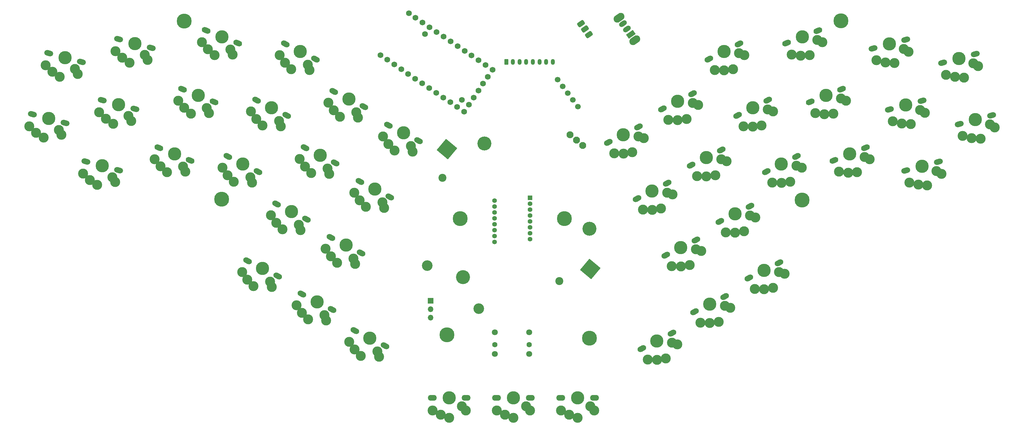
<source format=gbr>
%TF.GenerationSoftware,KiCad,Pcbnew,(6.0.4)*%
%TF.CreationDate,2023-01-19T19:57:53+01:00*%
%TF.ProjectId,Zazu,5a617a75-2e6b-4696-9361-645f70636258,rev?*%
%TF.SameCoordinates,Original*%
%TF.FileFunction,Soldermask,Top*%
%TF.FilePolarity,Negative*%
%FSLAX46Y46*%
G04 Gerber Fmt 4.6, Leading zero omitted, Abs format (unit mm)*
G04 Created by KiCad (PCBNEW (6.0.4)) date 2023-01-19 19:57:53*
%MOMM*%
%LPD*%
G01*
G04 APERTURE LIST*
G04 Aperture macros list*
%AMRoundRect*
0 Rectangle with rounded corners*
0 $1 Rounding radius*
0 $2 $3 $4 $5 $6 $7 $8 $9 X,Y pos of 4 corners*
0 Add a 4 corners polygon primitive as box body*
4,1,4,$2,$3,$4,$5,$6,$7,$8,$9,$2,$3,0*
0 Add four circle primitives for the rounded corners*
1,1,$1+$1,$2,$3*
1,1,$1+$1,$4,$5*
1,1,$1+$1,$6,$7*
1,1,$1+$1,$8,$9*
0 Add four rect primitives between the rounded corners*
20,1,$1+$1,$2,$3,$4,$5,0*
20,1,$1+$1,$4,$5,$6,$7,0*
20,1,$1+$1,$6,$7,$8,$9,0*
20,1,$1+$1,$8,$9,$2,$3,0*%
%AMHorizOval*
0 Thick line with rounded ends*
0 $1 width*
0 $2 $3 position (X,Y) of the first rounded end (center of the circle)*
0 $4 $5 position (X,Y) of the second rounded end (center of the circle)*
0 Add line between two ends*
20,1,$1,$2,$3,$4,$5,0*
0 Add two circle primitives to create the rounded ends*
1,1,$1,$2,$3*
1,1,$1,$4,$5*%
%AMRotRect*
0 Rectangle, with rotation*
0 The origin of the aperture is its center*
0 $1 length*
0 $2 width*
0 $3 Rotation angle, in degrees counterclockwise*
0 Add horizontal line*
21,1,$1,$2,0,0,$3*%
G04 Aperture macros list end*
%ADD10C,3.000000*%
%ADD11HorizOval,1.701800X-0.482963X0.129410X0.482963X-0.129410X0*%
%ADD12C,3.987800*%
%ADD13HorizOval,1.701800X-0.445503X-0.226995X0.445503X0.226995X0*%
%ADD14C,4.500000*%
%ADD15HorizOval,1.701800X-0.482963X-0.129410X0.482963X0.129410X0*%
%ADD16HorizOval,1.701800X-0.445503X0.226995X0.445503X-0.226995X0*%
%ADD17C,1.752600*%
%ADD18RoundRect,0.375000X0.829455X0.123000X0.399273X0.737364X-0.829455X-0.123000X-0.399273X-0.737364X0*%
%ADD19O,2.701800X1.701800*%
%ADD20HorizOval,1.701800X-0.463592X-0.187303X0.463592X0.187303X0*%
%ADD21C,3.200000*%
%ADD22C,4.200000*%
%ADD23C,2.400000*%
%ADD24C,2.100000*%
%ADD25RotRect,4.400000X4.400000X140.000000*%
%ADD26HorizOval,1.701800X-0.463592X0.187303X0.463592X-0.187303X0*%
%ADD27R,1.700000X1.700000*%
%ADD28O,1.700000X1.700000*%
%ADD29C,1.800000*%
%ADD30C,1.600000*%
%ADD31C,1.700000*%
%ADD32HorizOval,1.700000X0.000000X0.000000X0.000000X0.000000X0*%
%ADD33HorizOval,2.200000X0.532449X0.372825X-0.532449X-0.372825X0*%
%ADD34RotRect,1.500000X2.500000X125.000000*%
%ADD35HorizOval,1.500000X0.409576X0.286788X-0.409576X-0.286788X0*%
%ADD36R,1.400000X1.400000*%
%ADD37C,1.400000*%
%ADD38RoundRect,0.250000X-0.350000X-0.625000X0.350000X-0.625000X0.350000X0.625000X-0.350000X0.625000X0*%
%ADD39O,1.200000X1.750000*%
G04 APERTURE END LIST*
D10*
%TO.C,SW7*%
X98592421Y-93404918D03*
D11*
X99485719Y-89761990D03*
D10*
X102849463Y-96826621D03*
D12*
X104389436Y-91079362D03*
D11*
X109298500Y-92395418D03*
D10*
X108248494Y-95995678D03*
X107415399Y-94516343D03*
X100624370Y-95326294D03*
%TD*%
%TO.C,SW26*%
X301161184Y-146242255D03*
D13*
X293934275Y-143242996D03*
D10*
X304617437Y-142012088D03*
X303008459Y-141470177D03*
D13*
X302988699Y-138633982D03*
D12*
X298459941Y-140940766D03*
D10*
X298503703Y-146616173D03*
X295708020Y-146547951D03*
%TD*%
%TO.C,SW40*%
X102542589Y-112933990D03*
X97976653Y-115244268D03*
X93719611Y-111822565D03*
X95751560Y-113743941D03*
D11*
X94612909Y-108179637D03*
D10*
X103375684Y-114413325D03*
D12*
X99516626Y-109497009D03*
D11*
X104425690Y-110813065D03*
%TD*%
D14*
%TO.C,H10*%
X238452436Y-125369438D03*
%TD*%
D15*
%TO.C,SW44*%
X366927533Y-94275404D03*
D10*
X363558105Y-101337457D03*
D12*
X362018131Y-95590199D03*
D15*
X357112702Y-96901180D03*
D10*
X360880954Y-101150683D03*
X358160547Y-100502696D03*
X366357183Y-97053730D03*
X367818332Y-97918324D03*
%TD*%
%TO.C,SW34*%
X334996043Y-78403057D03*
X332275636Y-77755070D03*
X341933421Y-75170698D03*
D12*
X336133220Y-72842573D03*
D15*
X331227791Y-74153554D03*
D10*
X337673194Y-78589831D03*
D15*
X341042622Y-71527778D03*
D10*
X340472272Y-74306104D03*
%TD*%
%TO.C,SW39*%
X77609049Y-97598565D03*
X81866091Y-101020268D03*
D11*
X78502347Y-93955637D03*
D12*
X83406064Y-95273009D03*
D10*
X86432027Y-98709990D03*
X87265122Y-100189325D03*
X79640998Y-99519941D03*
D11*
X88315128Y-96589065D03*
%TD*%
D14*
%TO.C,H8*%
X321563075Y-65876331D03*
%TD*%
D10*
%TO.C,SW20*%
X170111891Y-138675631D03*
X175058384Y-137365150D03*
X166659288Y-134443612D03*
D16*
X168290472Y-131066018D03*
X177341300Y-135682091D03*
D10*
X175565703Y-138985368D03*
X168247357Y-136745467D03*
D12*
X172813134Y-133374142D03*
%TD*%
D17*
%TO.C,U1*%
X185174396Y-77582685D03*
X187280152Y-79003035D03*
X189385907Y-80423385D03*
X191491662Y-81843735D03*
X193597418Y-83264085D03*
X195703173Y-84684435D03*
X197808929Y-86104785D03*
X199914684Y-87525135D03*
X202020440Y-88945485D03*
X204126195Y-90365835D03*
X206231951Y-91786185D03*
X208348890Y-93189954D03*
X216859806Y-80572003D03*
X214754050Y-79151653D03*
X212648295Y-77731303D03*
X210542540Y-76310953D03*
X208436784Y-74890603D03*
X206331029Y-73470253D03*
X204225273Y-72049903D03*
X202119518Y-70629553D03*
X200013762Y-69209203D03*
X197908007Y-67788853D03*
X195802251Y-66368503D03*
X193696496Y-64948153D03*
X209758056Y-91100780D03*
X211178406Y-88995024D03*
X212598756Y-86889269D03*
X214019106Y-84783513D03*
X215439456Y-82677758D03*
X207652301Y-89680430D03*
X196510025Y-69861447D03*
X183171019Y-76207266D03*
X191693119Y-63572733D03*
%TD*%
D18*
%TO.C,J4*%
X243483662Y-66696862D03*
X244630815Y-68335166D03*
X245777968Y-69973470D03*
%TD*%
D14*
%TO.C,H9*%
X207131342Y-125369438D03*
%TD*%
D10*
%TO.C,SW21*%
X286671920Y-151641986D03*
X284824645Y-156414064D03*
D13*
X277597736Y-153414805D03*
X286652160Y-148805791D03*
D10*
X282167164Y-156787982D03*
X288280898Y-152183897D03*
X279371481Y-156719760D03*
D12*
X282123402Y-151112575D03*
%TD*%
D10*
%TO.C,SW43*%
X350325377Y-111073295D03*
X342128741Y-114522261D03*
X351786526Y-111937889D03*
D15*
X350895727Y-108294969D03*
D10*
X347526299Y-115357022D03*
X344849148Y-115170248D03*
D15*
X341080896Y-110920745D03*
D12*
X345986325Y-109609764D03*
%TD*%
D10*
%TO.C,SW23*%
X270684394Y-139688841D03*
X279593811Y-135152978D03*
D13*
X268910649Y-136383886D03*
D12*
X273436315Y-134081656D03*
D13*
X277965073Y-131774872D03*
D10*
X276137558Y-139383145D03*
X273480077Y-139757063D03*
X277984833Y-134611067D03*
%TD*%
D12*
%TO.C,SW25*%
X281102507Y-107002649D03*
D10*
X281146269Y-112678056D03*
X285651025Y-107532060D03*
D13*
X285631265Y-104695865D03*
D10*
X278350586Y-112609834D03*
X287260003Y-108073971D03*
X283803750Y-112304138D03*
D13*
X276576841Y-109304879D03*
%TD*%
D10*
%TO.C,SW4*%
X154471486Y-78477164D03*
X161282513Y-79096847D03*
X156336020Y-80407328D03*
X152883417Y-76175309D03*
D16*
X163565429Y-77413788D03*
D10*
X161789832Y-80717065D03*
D12*
X159037263Y-75105839D03*
D16*
X154514601Y-72797715D03*
%TD*%
D10*
%TO.C,SW8*%
X170955228Y-94704308D03*
D12*
X173656471Y-89402819D03*
D10*
X169090694Y-92774144D03*
D16*
X178184637Y-91710768D03*
D10*
X176409040Y-95014045D03*
X167502625Y-90472289D03*
X175901721Y-93393827D03*
D16*
X169133809Y-87094695D03*
%TD*%
D19*
%TO.C,SW22*%
X237362848Y-179341129D03*
D12*
X242440436Y-179344437D03*
D10*
X247440436Y-183094436D03*
X242440436Y-185294437D03*
X239902848Y-184421129D03*
X246252848Y-181881129D03*
X237442848Y-183091129D03*
D19*
X247522848Y-179345090D03*
%TD*%
D14*
%TO.C,H3*%
X245972677Y-161342170D03*
%TD*%
D10*
%TO.C,SW33*%
X313859720Y-93650404D03*
X323130561Y-89908308D03*
X316638820Y-93962027D03*
X321574936Y-89228228D03*
D20*
X312380771Y-90203433D03*
D10*
X319318777Y-93821147D03*
D12*
X317089868Y-88304403D03*
D20*
X321802443Y-86401103D03*
%TD*%
D10*
%TO.C,SW16*%
X166842288Y-156023644D03*
X161388476Y-155713907D03*
X157935873Y-151481888D03*
X166334969Y-154403426D03*
X159523942Y-153783743D03*
D16*
X159567057Y-148104294D03*
X168617885Y-152720367D03*
D12*
X164089719Y-150412418D03*
%TD*%
D10*
%TO.C,SW28*%
X290974536Y-75638313D03*
X289127261Y-80410391D03*
X283674097Y-80716087D03*
D12*
X286426018Y-75108902D03*
D10*
X292583514Y-76180224D03*
D13*
X281900352Y-77411132D03*
D10*
X286469780Y-80784309D03*
D13*
X290954776Y-72802118D03*
%TD*%
D16*
%TO.C,SW5*%
X145888783Y-89726836D03*
D10*
X153164014Y-97646186D03*
X147710202Y-97336449D03*
X144257599Y-93104430D03*
X152656695Y-96025968D03*
D12*
X150411445Y-92034960D03*
D16*
X154939611Y-94342909D03*
D10*
X145845668Y-95406285D03*
%TD*%
D21*
%TO.C,SW36*%
X197228052Y-139501819D03*
D22*
X207996008Y-142991378D03*
D23*
X201809741Y-113113345D03*
D21*
X212691390Y-152477497D03*
D23*
X236894041Y-144162398D03*
D22*
X245986230Y-128418738D03*
X214365675Y-102810086D03*
D24*
X243984085Y-103369716D03*
X240153863Y-100155778D03*
X242068974Y-101762747D03*
D25*
X246205658Y-140541280D03*
X203178553Y-104440241D03*
%TD*%
D16*
%TO.C,SW15*%
X160932999Y-125569020D03*
D10*
X153703590Y-128562560D03*
X150250987Y-124330541D03*
D12*
X156404833Y-123261071D03*
D10*
X158650083Y-127252079D03*
X151839056Y-126632396D03*
X159157402Y-128872297D03*
D16*
X151882171Y-120952947D03*
%TD*%
D15*
%TO.C,SW45*%
X361960169Y-75868698D03*
D10*
X361389819Y-78647024D03*
X353193183Y-82095990D03*
D12*
X357050767Y-77183493D03*
D15*
X352145338Y-78494474D03*
D10*
X355913590Y-82743977D03*
X362850968Y-79511618D03*
X358590741Y-82930751D03*
%TD*%
D15*
%TO.C,SW31*%
X345968847Y-89887825D03*
X336154016Y-92513601D03*
D10*
X339922268Y-96763104D03*
X342599419Y-96949878D03*
X345398497Y-92666151D03*
D12*
X341059445Y-91202620D03*
D10*
X337201861Y-96115117D03*
X346859646Y-93530745D03*
%TD*%
D16*
%TO.C,SW41*%
X184477129Y-163689927D03*
D10*
X175383186Y-164753303D03*
X182194213Y-165372986D03*
X177247720Y-166683467D03*
X182701532Y-166993204D03*
X173795117Y-162451448D03*
D16*
X175426301Y-159073854D03*
D12*
X179948963Y-161381978D03*
%TD*%
D14*
%TO.C,H2*%
X203186436Y-160340438D03*
%TD*%
D10*
%TO.C,SW30*%
X306378895Y-114268638D03*
X300925731Y-114574334D03*
X309835148Y-110038471D03*
D13*
X308206410Y-106660365D03*
D10*
X308226170Y-109496560D03*
X303721414Y-114642556D03*
D12*
X303677652Y-108967149D03*
D13*
X299151986Y-111269379D03*
%TD*%
D10*
%TO.C,SW42*%
X266283579Y-167846342D03*
X263487896Y-167778120D03*
X268941060Y-167472424D03*
D12*
X266239817Y-162170935D03*
D13*
X270768575Y-159864151D03*
D10*
X272397313Y-163242257D03*
D13*
X261714151Y-164473165D03*
D10*
X270788335Y-162700346D03*
%TD*%
%TO.C,SW6*%
X117001660Y-109673498D03*
X123840778Y-109697203D03*
X119027323Y-111433813D03*
D12*
X121256232Y-105917069D03*
D26*
X116549614Y-104011904D03*
D10*
X115219014Y-107518811D03*
X124487377Y-111267040D03*
D26*
X125968318Y-107821579D03*
%TD*%
D10*
%TO.C,SW12*%
X207647266Y-181881131D03*
X203834854Y-185294439D03*
X208834854Y-183094438D03*
D12*
X203834854Y-179344439D03*
D10*
X198837266Y-183091131D03*
D19*
X208917266Y-179345092D03*
D10*
X201297266Y-184421131D03*
D19*
X198757266Y-179341131D03*
%TD*%
D10*
%TO.C,SW1*%
X129454059Y-72285823D03*
X131236705Y-74440510D03*
D12*
X135491277Y-70684081D03*
D26*
X130784659Y-68778916D03*
X140203363Y-72588591D03*
D10*
X133262368Y-76200825D03*
X138722422Y-76034052D03*
X138075823Y-74464215D03*
%TD*%
%TO.C,SW11*%
X145018150Y-145676022D03*
X150471962Y-145985759D03*
D12*
X147719393Y-140374533D03*
D10*
X149964643Y-144365541D03*
D16*
X152247559Y-142682482D03*
D10*
X141565547Y-141444003D03*
X143153616Y-143745858D03*
D16*
X143196731Y-138066409D03*
%TD*%
D27*
%TO.C,J5*%
X198220436Y-150134438D03*
D28*
X198220436Y-152674438D03*
X198220436Y-155214438D03*
%TD*%
D29*
%TO.C,HAT1*%
X217557347Y-159592101D03*
D30*
X217557347Y-163292101D03*
D29*
X217557347Y-166092101D03*
X227857347Y-166092101D03*
D30*
X227857347Y-163292101D03*
D29*
X227857347Y-159592101D03*
%TD*%
D13*
%TO.C,SW19*%
X260274667Y-119346979D03*
D10*
X270957829Y-118116071D03*
X267501576Y-122346238D03*
X264844095Y-122720156D03*
D13*
X269329091Y-114737965D03*
D12*
X264800333Y-117044749D03*
D10*
X269348851Y-117574160D03*
X262048412Y-122651934D03*
%TD*%
D12*
%TO.C,SW3*%
X109299485Y-72708973D03*
D10*
X107759512Y-78456232D03*
X113158543Y-77625289D03*
D11*
X104395768Y-71391601D03*
D10*
X105534419Y-76955905D03*
X103502470Y-75034529D03*
D11*
X114208549Y-74025029D03*
D10*
X112325448Y-76145954D03*
%TD*%
%TO.C,SW10*%
X135631779Y-110033556D03*
D16*
X137262963Y-106655962D03*
D12*
X141785625Y-108964086D03*
D16*
X146313791Y-111272035D03*
D10*
X144538194Y-114575312D03*
X144030875Y-112955094D03*
X139084382Y-114265575D03*
X137219848Y-112335411D03*
%TD*%
D20*
%TO.C,SW32*%
X314684923Y-68784611D03*
D10*
X312201257Y-76204655D03*
X316013041Y-72291816D03*
X314457416Y-71611736D03*
D20*
X305263251Y-72586941D03*
D10*
X309521300Y-76345535D03*
X306742200Y-76033912D03*
D12*
X309972348Y-70687911D03*
%TD*%
D16*
%TO.C,SW9*%
X160507987Y-104023822D03*
D10*
X158876803Y-107401416D03*
X167783218Y-111943172D03*
D16*
X169558815Y-108639895D03*
D12*
X165030649Y-106331946D03*
D10*
X162329406Y-111633435D03*
X160464872Y-109703271D03*
X167275899Y-110322954D03*
%TD*%
%TO.C,SW13*%
X183942239Y-100656054D03*
X185530308Y-102957909D03*
D16*
X194624251Y-101894533D03*
X185573423Y-97278460D03*
D10*
X187394842Y-104888073D03*
X192848654Y-105197810D03*
X192341335Y-103577592D03*
D12*
X190096085Y-99586584D03*
%TD*%
D10*
%TO.C,SW38*%
X84535872Y-81185823D03*
D12*
X88300938Y-76938891D03*
D11*
X83397221Y-75621519D03*
D10*
X91326901Y-80375872D03*
X92159996Y-81855207D03*
X86760965Y-82686150D03*
D11*
X93210002Y-78254947D03*
D10*
X82503923Y-79264447D03*
%TD*%
%TO.C,SW18*%
X253422592Y-105722808D03*
D13*
X260703271Y-97808839D03*
X251648847Y-102417853D03*
D10*
X262332009Y-101186945D03*
X256218275Y-105791030D03*
D12*
X256174513Y-100115623D03*
D10*
X260723031Y-100645034D03*
X258875756Y-105417112D03*
%TD*%
D14*
%TO.C,H1*%
X135449344Y-119546080D03*
%TD*%
D10*
%TO.C,SW24*%
X278634182Y-91144848D03*
D13*
X267951020Y-92375756D03*
D10*
X277025204Y-90602937D03*
X269724765Y-95680711D03*
D13*
X277005444Y-87766742D03*
D10*
X275177929Y-95375015D03*
X272520448Y-95748933D03*
D12*
X272476686Y-90073526D03*
%TD*%
D10*
%TO.C,SW17*%
X220577260Y-184417822D03*
X228114848Y-183091129D03*
D12*
X223114848Y-179341130D03*
D19*
X218037260Y-179337822D03*
X228197260Y-179341783D03*
D10*
X226927260Y-181877822D03*
X223114848Y-185291130D03*
X218117260Y-183087822D03*
%TD*%
D31*
%TO.C,U5*%
X236420970Y-83535811D03*
D32*
X237949581Y-85564345D03*
X239478191Y-87592879D03*
X241006801Y-89621413D03*
X242535411Y-91649948D03*
%TD*%
D33*
%TO.C,SW37*%
X254891672Y-64964955D03*
X259594999Y-71682001D03*
D34*
X258390488Y-69961782D03*
D35*
X257243335Y-68323478D03*
X256096182Y-66685174D03*
%TD*%
D13*
%TO.C,SW29*%
X290526170Y-94340257D03*
D10*
X299600354Y-92567438D03*
D12*
X295051836Y-92038027D03*
D10*
X301209332Y-93109349D03*
X295095598Y-97713434D03*
X297753079Y-97339516D03*
D13*
X299580594Y-89731243D03*
D10*
X292299915Y-97645212D03*
%TD*%
%TO.C,SW46*%
X323756347Y-111578521D03*
X326436304Y-111437641D03*
D12*
X324207395Y-105920897D03*
D20*
X319498298Y-107819927D03*
D10*
X328692463Y-106844722D03*
D20*
X328919970Y-104017597D03*
D10*
X320977247Y-111266898D03*
X330248088Y-107524802D03*
%TD*%
%TO.C,SW2*%
X124119472Y-92057412D03*
D12*
X128374044Y-88300983D03*
D10*
X126145135Y-93817727D03*
X131605189Y-93650954D03*
X130958590Y-92081117D03*
X122336826Y-89902725D03*
D26*
X133086130Y-90205493D03*
X123667426Y-86395818D03*
%TD*%
D14*
%TO.C,H5*%
X124112666Y-65939356D03*
%TD*%
D12*
%TO.C,SW27*%
X289728323Y-123931778D03*
D10*
X292429566Y-129233267D03*
D13*
X294257081Y-121624994D03*
D10*
X294276841Y-124461189D03*
X286976402Y-129538963D03*
X289772085Y-129607185D03*
X295885819Y-125003100D03*
D13*
X285202657Y-126234008D03*
%TD*%
D10*
%TO.C,SW14*%
X178769020Y-121817198D03*
X184222832Y-122126935D03*
D16*
X185998429Y-118823658D03*
D12*
X181470263Y-116515709D03*
D10*
X183715513Y-120506717D03*
X175316417Y-117585179D03*
D16*
X176947601Y-114207585D03*
D10*
X176904486Y-119887034D03*
%TD*%
D14*
%TO.C,H4*%
X309907997Y-119800077D03*
%TD*%
D36*
%TO.C,U4*%
X228135346Y-119074438D03*
D37*
X228135346Y-120854438D03*
X228135346Y-122634438D03*
X228135346Y-124414438D03*
X228135346Y-126194438D03*
X228135346Y-127974438D03*
X228135346Y-129754438D03*
X228135346Y-131534438D03*
X217435346Y-132424438D03*
X217435346Y-130644438D03*
X217435346Y-128864438D03*
X217435346Y-127084438D03*
X217435346Y-125304438D03*
X217435346Y-123524438D03*
X217435346Y-121744438D03*
X217435346Y-119964438D03*
%TD*%
D38*
%TO.C,J3*%
X220972000Y-78196003D03*
D39*
X222972000Y-78196003D03*
X224972000Y-78196003D03*
X226972000Y-78196003D03*
X228972000Y-78196003D03*
X230972000Y-78196003D03*
X232972000Y-78196003D03*
X234972000Y-78196003D03*
%TD*%
M02*

</source>
